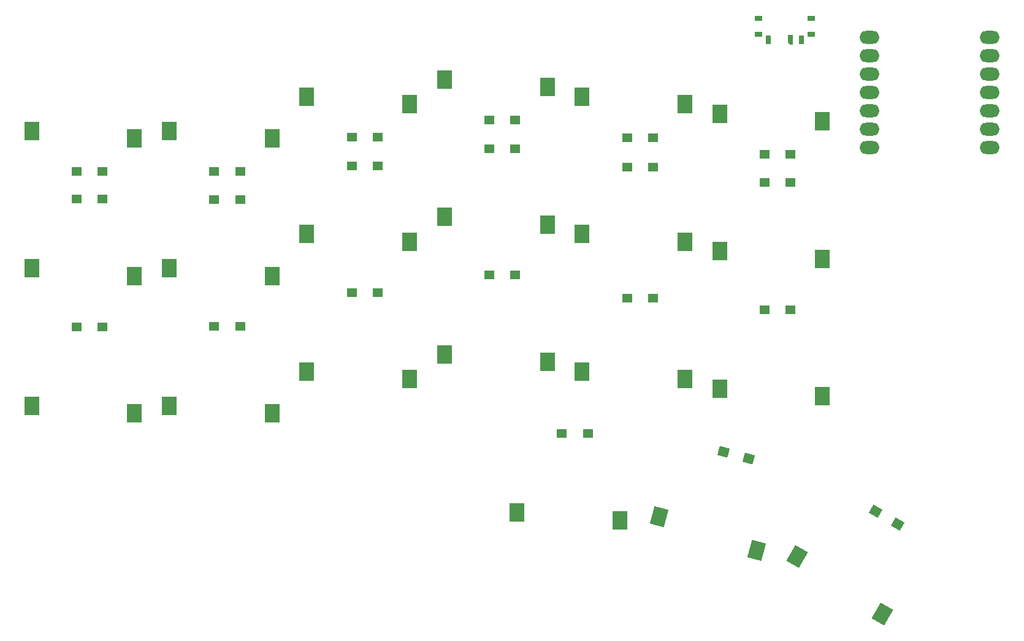
<source format=gbp>
%TF.GenerationSoftware,KiCad,Pcbnew,8.0.5*%
%TF.CreationDate,2025-01-25T20:09:07+02:00*%
%TF.ProjectId,1_3,315f332e-6b69-4636-9164-5f7063625858,rev?*%
%TF.SameCoordinates,Original*%
%TF.FileFunction,Paste,Bot*%
%TF.FilePolarity,Positive*%
%FSLAX46Y46*%
G04 Gerber Fmt 4.6, Leading zero omitted, Abs format (unit mm)*
G04 Created by KiCad (PCBNEW 8.0.5) date 2025-01-25 20:09:07*
%MOMM*%
%LPD*%
G01*
G04 APERTURE LIST*
G04 Aperture macros list*
%AMRotRect*
0 Rectangle, with rotation*
0 The origin of the aperture is its center*
0 $1 length*
0 $2 width*
0 $3 Rotation angle, in degrees counterclockwise*
0 Add horizontal line*
21,1,$1,$2,0,0,$3*%
%AMOutline5P*
0 Free polygon, 5 corners , with rotation*
0 The origin of the aperture is its center*
0 number of corners: always 5*
0 $1 to $10 corner X, Y*
0 $11 Rotation angle, in degrees counterclockwise*
0 create outline with 5 corners*
4,1,5,$1,$2,$3,$4,$5,$6,$7,$8,$9,$10,$1,$2,$11*%
%AMOutline6P*
0 Free polygon, 6 corners , with rotation*
0 The origin of the aperture is its center*
0 number of corners: always 6*
0 $1 to $12 corner X, Y*
0 $13 Rotation angle, in degrees counterclockwise*
0 create outline with 6 corners*
4,1,6,$1,$2,$3,$4,$5,$6,$7,$8,$9,$10,$11,$12,$1,$2,$13*%
%AMOutline7P*
0 Free polygon, 7 corners , with rotation*
0 The origin of the aperture is its center*
0 number of corners: always 7*
0 $1 to $14 corner X, Y*
0 $15 Rotation angle, in degrees counterclockwise*
0 create outline with 7 corners*
4,1,7,$1,$2,$3,$4,$5,$6,$7,$8,$9,$10,$11,$12,$13,$14,$1,$2,$15*%
%AMOutline8P*
0 Free polygon, 8 corners , with rotation*
0 The origin of the aperture is its center*
0 number of corners: always 8*
0 $1 to $16 corner X, Y*
0 $17 Rotation angle, in degrees counterclockwise*
0 create outline with 8 corners*
4,1,8,$1,$2,$3,$4,$5,$6,$7,$8,$9,$10,$11,$12,$13,$14,$15,$16,$1,$2,$17*%
G04 Aperture macros list end*
%ADD10RotRect,2.000000X2.500000X330.000000*%
%ADD11R,2.000000X2.500000*%
%ADD12RotRect,2.000000X2.500000X345.000000*%
%ADD13RotRect,1.425000X1.300000X165.000000*%
%ADD14R,1.425000X1.300000*%
%ADD15RotRect,1.425000X1.300000X150.000000*%
%ADD16O,2.750000X1.800000*%
%ADD17R,1.000000X0.800000*%
%ADD18R,0.700000X1.280000*%
%ADD19Outline5P,-0.350000X0.640000X0.350000X0.640000X0.350000X-0.640000X-0.070000X-0.640000X-0.350000X-0.360000X0.000000*%
G04 APERTURE END LIST*
D10*
X182199061Y-130489492D03*
X193971622Y-138498819D03*
D11*
X114500000Y-85940970D03*
X128700000Y-86990970D03*
D12*
X163191220Y-124992485D03*
X176635607Y-129681938D03*
D11*
X95500000Y-71690970D03*
X109700000Y-72740970D03*
X76500000Y-90690970D03*
X90700000Y-91740970D03*
X152500000Y-66940970D03*
X166700000Y-67990970D03*
X114500000Y-104940970D03*
X128700000Y-105990970D03*
X171500000Y-88315970D03*
X185700000Y-89365970D03*
X171500000Y-69315970D03*
X185700000Y-70365970D03*
X152500000Y-104940970D03*
X166700000Y-105990970D03*
X152500000Y-85940970D03*
X166700000Y-86990970D03*
X114500000Y-66940970D03*
X128700000Y-67990970D03*
X171500000Y-107315970D03*
X185700000Y-108365970D03*
X95500000Y-90690970D03*
X109700000Y-91740970D03*
X133500000Y-64565970D03*
X147700000Y-65615970D03*
X143500000Y-124440700D03*
X157700000Y-125490700D03*
X76500000Y-71690970D03*
X90700000Y-72740970D03*
X133500000Y-102565970D03*
X147700000Y-103615970D03*
X95500000Y-109690970D03*
X109700000Y-110740970D03*
X76500000Y-109690970D03*
X90700000Y-110740970D03*
X133500000Y-83565970D03*
X147700000Y-84615970D03*
D13*
X175526592Y-116962639D03*
X172073408Y-116037361D03*
D14*
X181287500Y-96400000D03*
X177712500Y-96400000D03*
D15*
X196121296Y-126043097D03*
X193025256Y-124255597D03*
D14*
X153287500Y-113500000D03*
X149712500Y-113500000D03*
X105287500Y-77300000D03*
X101712500Y-77300000D03*
X105287500Y-81197000D03*
X101712500Y-81197000D03*
X162287500Y-94800000D03*
X158712500Y-94800000D03*
X181287500Y-74900000D03*
X177712500Y-74900000D03*
X86287500Y-81070000D03*
X82712500Y-81070000D03*
X181287500Y-78800000D03*
X177712500Y-78800000D03*
X143287500Y-70200000D03*
X139712500Y-70200000D03*
X143287500Y-74100000D03*
X139712500Y-74100000D03*
D16*
X192205040Y-58696046D03*
X192205040Y-61236046D03*
X192205040Y-63776046D03*
X192205040Y-66316046D03*
X192205040Y-68856046D03*
X192205040Y-71396046D03*
X192205040Y-73936046D03*
X208794960Y-73936046D03*
X208794960Y-71396046D03*
X208794960Y-68856046D03*
X208794960Y-66316046D03*
X208794960Y-63776046D03*
X208794960Y-61236046D03*
X208794960Y-58696046D03*
D14*
X162287500Y-72600000D03*
X158712500Y-72600000D03*
X124287500Y-72500000D03*
X120712500Y-72500000D03*
X143287500Y-91600000D03*
X139712500Y-91600000D03*
X86287500Y-98800000D03*
X82712500Y-98800000D03*
X162287500Y-76700000D03*
X158712500Y-76700000D03*
D17*
X184150000Y-58300970D03*
X184150000Y-56080970D03*
X176850000Y-58300970D03*
X176850000Y-56080970D03*
D18*
X182750000Y-59060970D03*
D19*
X181250000Y-59060970D03*
D18*
X178250000Y-59060970D03*
D14*
X124287500Y-76500000D03*
X120712500Y-76500000D03*
X86287500Y-77260000D03*
X82712500Y-77260000D03*
X124287500Y-94000000D03*
X120712500Y-94000000D03*
X105287500Y-98700000D03*
X101712500Y-98700000D03*
M02*

</source>
